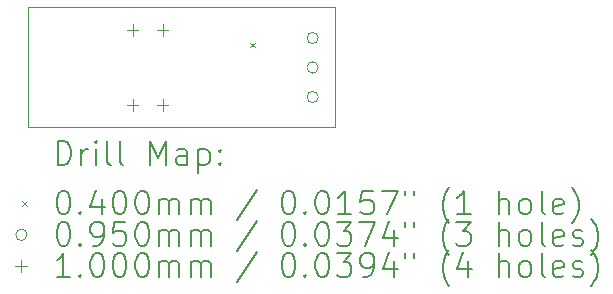
<source format=gbr>
%TF.GenerationSoftware,KiCad,Pcbnew,8.0.8*%
%TF.CreationDate,2025-02-19T21:32:19+11:00*%
%TF.ProjectId,Hotglue Switch,486f7467-6c75-4652-9053-77697463682e,rev?*%
%TF.SameCoordinates,Original*%
%TF.FileFunction,Drillmap*%
%TF.FilePolarity,Positive*%
%FSLAX45Y45*%
G04 Gerber Fmt 4.5, Leading zero omitted, Abs format (unit mm)*
G04 Created by KiCad (PCBNEW 8.0.8) date 2025-02-19 21:32:19*
%MOMM*%
%LPD*%
G01*
G04 APERTURE LIST*
%ADD10C,0.100000*%
%ADD11C,0.200000*%
G04 APERTURE END LIST*
D10*
X6477000Y-4572000D02*
X9080500Y-4572000D01*
X9080500Y-5588000D01*
X6477000Y-5588000D01*
X6477000Y-4572000D01*
D11*
D10*
X8362000Y-4869500D02*
X8402000Y-4909500D01*
X8402000Y-4869500D02*
X8362000Y-4909500D01*
X8937500Y-4830000D02*
G75*
G02*
X8842500Y-4830000I-47500J0D01*
G01*
X8842500Y-4830000D02*
G75*
G02*
X8937500Y-4830000I47500J0D01*
G01*
X8937500Y-5080000D02*
G75*
G02*
X8842500Y-5080000I-47500J0D01*
G01*
X8842500Y-5080000D02*
G75*
G02*
X8937500Y-5080000I47500J0D01*
G01*
X8937500Y-5330000D02*
G75*
G02*
X8842500Y-5330000I-47500J0D01*
G01*
X8842500Y-5330000D02*
G75*
G02*
X8937500Y-5330000I47500J0D01*
G01*
X7365500Y-4712500D02*
X7365500Y-4812500D01*
X7315500Y-4762500D02*
X7415500Y-4762500D01*
X7365500Y-5347500D02*
X7365500Y-5447500D01*
X7315500Y-5397500D02*
X7415500Y-5397500D01*
X7619500Y-4712500D02*
X7619500Y-4812500D01*
X7569500Y-4762500D02*
X7669500Y-4762500D01*
X7619500Y-5347500D02*
X7619500Y-5447500D01*
X7569500Y-5397500D02*
X7669500Y-5397500D01*
D11*
X6732777Y-5904484D02*
X6732777Y-5704484D01*
X6732777Y-5704484D02*
X6780396Y-5704484D01*
X6780396Y-5704484D02*
X6808967Y-5714008D01*
X6808967Y-5714008D02*
X6828015Y-5733055D01*
X6828015Y-5733055D02*
X6837539Y-5752103D01*
X6837539Y-5752103D02*
X6847062Y-5790198D01*
X6847062Y-5790198D02*
X6847062Y-5818769D01*
X6847062Y-5818769D02*
X6837539Y-5856865D01*
X6837539Y-5856865D02*
X6828015Y-5875912D01*
X6828015Y-5875912D02*
X6808967Y-5894960D01*
X6808967Y-5894960D02*
X6780396Y-5904484D01*
X6780396Y-5904484D02*
X6732777Y-5904484D01*
X6932777Y-5904484D02*
X6932777Y-5771150D01*
X6932777Y-5809246D02*
X6942301Y-5790198D01*
X6942301Y-5790198D02*
X6951824Y-5780674D01*
X6951824Y-5780674D02*
X6970872Y-5771150D01*
X6970872Y-5771150D02*
X6989920Y-5771150D01*
X7056586Y-5904484D02*
X7056586Y-5771150D01*
X7056586Y-5704484D02*
X7047062Y-5714008D01*
X7047062Y-5714008D02*
X7056586Y-5723531D01*
X7056586Y-5723531D02*
X7066110Y-5714008D01*
X7066110Y-5714008D02*
X7056586Y-5704484D01*
X7056586Y-5704484D02*
X7056586Y-5723531D01*
X7180396Y-5904484D02*
X7161348Y-5894960D01*
X7161348Y-5894960D02*
X7151824Y-5875912D01*
X7151824Y-5875912D02*
X7151824Y-5704484D01*
X7285158Y-5904484D02*
X7266110Y-5894960D01*
X7266110Y-5894960D02*
X7256586Y-5875912D01*
X7256586Y-5875912D02*
X7256586Y-5704484D01*
X7513729Y-5904484D02*
X7513729Y-5704484D01*
X7513729Y-5704484D02*
X7580396Y-5847341D01*
X7580396Y-5847341D02*
X7647062Y-5704484D01*
X7647062Y-5704484D02*
X7647062Y-5904484D01*
X7828015Y-5904484D02*
X7828015Y-5799722D01*
X7828015Y-5799722D02*
X7818491Y-5780674D01*
X7818491Y-5780674D02*
X7799443Y-5771150D01*
X7799443Y-5771150D02*
X7761348Y-5771150D01*
X7761348Y-5771150D02*
X7742301Y-5780674D01*
X7828015Y-5894960D02*
X7808967Y-5904484D01*
X7808967Y-5904484D02*
X7761348Y-5904484D01*
X7761348Y-5904484D02*
X7742301Y-5894960D01*
X7742301Y-5894960D02*
X7732777Y-5875912D01*
X7732777Y-5875912D02*
X7732777Y-5856865D01*
X7732777Y-5856865D02*
X7742301Y-5837817D01*
X7742301Y-5837817D02*
X7761348Y-5828293D01*
X7761348Y-5828293D02*
X7808967Y-5828293D01*
X7808967Y-5828293D02*
X7828015Y-5818769D01*
X7923253Y-5771150D02*
X7923253Y-5971150D01*
X7923253Y-5780674D02*
X7942301Y-5771150D01*
X7942301Y-5771150D02*
X7980396Y-5771150D01*
X7980396Y-5771150D02*
X7999443Y-5780674D01*
X7999443Y-5780674D02*
X8008967Y-5790198D01*
X8008967Y-5790198D02*
X8018491Y-5809246D01*
X8018491Y-5809246D02*
X8018491Y-5866388D01*
X8018491Y-5866388D02*
X8008967Y-5885436D01*
X8008967Y-5885436D02*
X7999443Y-5894960D01*
X7999443Y-5894960D02*
X7980396Y-5904484D01*
X7980396Y-5904484D02*
X7942301Y-5904484D01*
X7942301Y-5904484D02*
X7923253Y-5894960D01*
X8104205Y-5885436D02*
X8113729Y-5894960D01*
X8113729Y-5894960D02*
X8104205Y-5904484D01*
X8104205Y-5904484D02*
X8094682Y-5894960D01*
X8094682Y-5894960D02*
X8104205Y-5885436D01*
X8104205Y-5885436D02*
X8104205Y-5904484D01*
X8104205Y-5780674D02*
X8113729Y-5790198D01*
X8113729Y-5790198D02*
X8104205Y-5799722D01*
X8104205Y-5799722D02*
X8094682Y-5790198D01*
X8094682Y-5790198D02*
X8104205Y-5780674D01*
X8104205Y-5780674D02*
X8104205Y-5799722D01*
D10*
X6432000Y-6213000D02*
X6472000Y-6253000D01*
X6472000Y-6213000D02*
X6432000Y-6253000D01*
D11*
X6770872Y-6124484D02*
X6789920Y-6124484D01*
X6789920Y-6124484D02*
X6808967Y-6134008D01*
X6808967Y-6134008D02*
X6818491Y-6143531D01*
X6818491Y-6143531D02*
X6828015Y-6162579D01*
X6828015Y-6162579D02*
X6837539Y-6200674D01*
X6837539Y-6200674D02*
X6837539Y-6248293D01*
X6837539Y-6248293D02*
X6828015Y-6286388D01*
X6828015Y-6286388D02*
X6818491Y-6305436D01*
X6818491Y-6305436D02*
X6808967Y-6314960D01*
X6808967Y-6314960D02*
X6789920Y-6324484D01*
X6789920Y-6324484D02*
X6770872Y-6324484D01*
X6770872Y-6324484D02*
X6751824Y-6314960D01*
X6751824Y-6314960D02*
X6742301Y-6305436D01*
X6742301Y-6305436D02*
X6732777Y-6286388D01*
X6732777Y-6286388D02*
X6723253Y-6248293D01*
X6723253Y-6248293D02*
X6723253Y-6200674D01*
X6723253Y-6200674D02*
X6732777Y-6162579D01*
X6732777Y-6162579D02*
X6742301Y-6143531D01*
X6742301Y-6143531D02*
X6751824Y-6134008D01*
X6751824Y-6134008D02*
X6770872Y-6124484D01*
X6923253Y-6305436D02*
X6932777Y-6314960D01*
X6932777Y-6314960D02*
X6923253Y-6324484D01*
X6923253Y-6324484D02*
X6913729Y-6314960D01*
X6913729Y-6314960D02*
X6923253Y-6305436D01*
X6923253Y-6305436D02*
X6923253Y-6324484D01*
X7104205Y-6191150D02*
X7104205Y-6324484D01*
X7056586Y-6114960D02*
X7008967Y-6257817D01*
X7008967Y-6257817D02*
X7132777Y-6257817D01*
X7247062Y-6124484D02*
X7266110Y-6124484D01*
X7266110Y-6124484D02*
X7285158Y-6134008D01*
X7285158Y-6134008D02*
X7294682Y-6143531D01*
X7294682Y-6143531D02*
X7304205Y-6162579D01*
X7304205Y-6162579D02*
X7313729Y-6200674D01*
X7313729Y-6200674D02*
X7313729Y-6248293D01*
X7313729Y-6248293D02*
X7304205Y-6286388D01*
X7304205Y-6286388D02*
X7294682Y-6305436D01*
X7294682Y-6305436D02*
X7285158Y-6314960D01*
X7285158Y-6314960D02*
X7266110Y-6324484D01*
X7266110Y-6324484D02*
X7247062Y-6324484D01*
X7247062Y-6324484D02*
X7228015Y-6314960D01*
X7228015Y-6314960D02*
X7218491Y-6305436D01*
X7218491Y-6305436D02*
X7208967Y-6286388D01*
X7208967Y-6286388D02*
X7199443Y-6248293D01*
X7199443Y-6248293D02*
X7199443Y-6200674D01*
X7199443Y-6200674D02*
X7208967Y-6162579D01*
X7208967Y-6162579D02*
X7218491Y-6143531D01*
X7218491Y-6143531D02*
X7228015Y-6134008D01*
X7228015Y-6134008D02*
X7247062Y-6124484D01*
X7437539Y-6124484D02*
X7456586Y-6124484D01*
X7456586Y-6124484D02*
X7475634Y-6134008D01*
X7475634Y-6134008D02*
X7485158Y-6143531D01*
X7485158Y-6143531D02*
X7494682Y-6162579D01*
X7494682Y-6162579D02*
X7504205Y-6200674D01*
X7504205Y-6200674D02*
X7504205Y-6248293D01*
X7504205Y-6248293D02*
X7494682Y-6286388D01*
X7494682Y-6286388D02*
X7485158Y-6305436D01*
X7485158Y-6305436D02*
X7475634Y-6314960D01*
X7475634Y-6314960D02*
X7456586Y-6324484D01*
X7456586Y-6324484D02*
X7437539Y-6324484D01*
X7437539Y-6324484D02*
X7418491Y-6314960D01*
X7418491Y-6314960D02*
X7408967Y-6305436D01*
X7408967Y-6305436D02*
X7399443Y-6286388D01*
X7399443Y-6286388D02*
X7389920Y-6248293D01*
X7389920Y-6248293D02*
X7389920Y-6200674D01*
X7389920Y-6200674D02*
X7399443Y-6162579D01*
X7399443Y-6162579D02*
X7408967Y-6143531D01*
X7408967Y-6143531D02*
X7418491Y-6134008D01*
X7418491Y-6134008D02*
X7437539Y-6124484D01*
X7589920Y-6324484D02*
X7589920Y-6191150D01*
X7589920Y-6210198D02*
X7599443Y-6200674D01*
X7599443Y-6200674D02*
X7618491Y-6191150D01*
X7618491Y-6191150D02*
X7647063Y-6191150D01*
X7647063Y-6191150D02*
X7666110Y-6200674D01*
X7666110Y-6200674D02*
X7675634Y-6219722D01*
X7675634Y-6219722D02*
X7675634Y-6324484D01*
X7675634Y-6219722D02*
X7685158Y-6200674D01*
X7685158Y-6200674D02*
X7704205Y-6191150D01*
X7704205Y-6191150D02*
X7732777Y-6191150D01*
X7732777Y-6191150D02*
X7751824Y-6200674D01*
X7751824Y-6200674D02*
X7761348Y-6219722D01*
X7761348Y-6219722D02*
X7761348Y-6324484D01*
X7856586Y-6324484D02*
X7856586Y-6191150D01*
X7856586Y-6210198D02*
X7866110Y-6200674D01*
X7866110Y-6200674D02*
X7885158Y-6191150D01*
X7885158Y-6191150D02*
X7913729Y-6191150D01*
X7913729Y-6191150D02*
X7932777Y-6200674D01*
X7932777Y-6200674D02*
X7942301Y-6219722D01*
X7942301Y-6219722D02*
X7942301Y-6324484D01*
X7942301Y-6219722D02*
X7951824Y-6200674D01*
X7951824Y-6200674D02*
X7970872Y-6191150D01*
X7970872Y-6191150D02*
X7999443Y-6191150D01*
X7999443Y-6191150D02*
X8018491Y-6200674D01*
X8018491Y-6200674D02*
X8028015Y-6219722D01*
X8028015Y-6219722D02*
X8028015Y-6324484D01*
X8418491Y-6114960D02*
X8247063Y-6372103D01*
X8675634Y-6124484D02*
X8694682Y-6124484D01*
X8694682Y-6124484D02*
X8713729Y-6134008D01*
X8713729Y-6134008D02*
X8723253Y-6143531D01*
X8723253Y-6143531D02*
X8732777Y-6162579D01*
X8732777Y-6162579D02*
X8742301Y-6200674D01*
X8742301Y-6200674D02*
X8742301Y-6248293D01*
X8742301Y-6248293D02*
X8732777Y-6286388D01*
X8732777Y-6286388D02*
X8723253Y-6305436D01*
X8723253Y-6305436D02*
X8713729Y-6314960D01*
X8713729Y-6314960D02*
X8694682Y-6324484D01*
X8694682Y-6324484D02*
X8675634Y-6324484D01*
X8675634Y-6324484D02*
X8656587Y-6314960D01*
X8656587Y-6314960D02*
X8647063Y-6305436D01*
X8647063Y-6305436D02*
X8637539Y-6286388D01*
X8637539Y-6286388D02*
X8628015Y-6248293D01*
X8628015Y-6248293D02*
X8628015Y-6200674D01*
X8628015Y-6200674D02*
X8637539Y-6162579D01*
X8637539Y-6162579D02*
X8647063Y-6143531D01*
X8647063Y-6143531D02*
X8656587Y-6134008D01*
X8656587Y-6134008D02*
X8675634Y-6124484D01*
X8828015Y-6305436D02*
X8837539Y-6314960D01*
X8837539Y-6314960D02*
X8828015Y-6324484D01*
X8828015Y-6324484D02*
X8818491Y-6314960D01*
X8818491Y-6314960D02*
X8828015Y-6305436D01*
X8828015Y-6305436D02*
X8828015Y-6324484D01*
X8961348Y-6124484D02*
X8980396Y-6124484D01*
X8980396Y-6124484D02*
X8999444Y-6134008D01*
X8999444Y-6134008D02*
X9008968Y-6143531D01*
X9008968Y-6143531D02*
X9018491Y-6162579D01*
X9018491Y-6162579D02*
X9028015Y-6200674D01*
X9028015Y-6200674D02*
X9028015Y-6248293D01*
X9028015Y-6248293D02*
X9018491Y-6286388D01*
X9018491Y-6286388D02*
X9008968Y-6305436D01*
X9008968Y-6305436D02*
X8999444Y-6314960D01*
X8999444Y-6314960D02*
X8980396Y-6324484D01*
X8980396Y-6324484D02*
X8961348Y-6324484D01*
X8961348Y-6324484D02*
X8942301Y-6314960D01*
X8942301Y-6314960D02*
X8932777Y-6305436D01*
X8932777Y-6305436D02*
X8923253Y-6286388D01*
X8923253Y-6286388D02*
X8913729Y-6248293D01*
X8913729Y-6248293D02*
X8913729Y-6200674D01*
X8913729Y-6200674D02*
X8923253Y-6162579D01*
X8923253Y-6162579D02*
X8932777Y-6143531D01*
X8932777Y-6143531D02*
X8942301Y-6134008D01*
X8942301Y-6134008D02*
X8961348Y-6124484D01*
X9218491Y-6324484D02*
X9104206Y-6324484D01*
X9161348Y-6324484D02*
X9161348Y-6124484D01*
X9161348Y-6124484D02*
X9142301Y-6153055D01*
X9142301Y-6153055D02*
X9123253Y-6172103D01*
X9123253Y-6172103D02*
X9104206Y-6181627D01*
X9399444Y-6124484D02*
X9304206Y-6124484D01*
X9304206Y-6124484D02*
X9294682Y-6219722D01*
X9294682Y-6219722D02*
X9304206Y-6210198D01*
X9304206Y-6210198D02*
X9323253Y-6200674D01*
X9323253Y-6200674D02*
X9370872Y-6200674D01*
X9370872Y-6200674D02*
X9389920Y-6210198D01*
X9389920Y-6210198D02*
X9399444Y-6219722D01*
X9399444Y-6219722D02*
X9408968Y-6238769D01*
X9408968Y-6238769D02*
X9408968Y-6286388D01*
X9408968Y-6286388D02*
X9399444Y-6305436D01*
X9399444Y-6305436D02*
X9389920Y-6314960D01*
X9389920Y-6314960D02*
X9370872Y-6324484D01*
X9370872Y-6324484D02*
X9323253Y-6324484D01*
X9323253Y-6324484D02*
X9304206Y-6314960D01*
X9304206Y-6314960D02*
X9294682Y-6305436D01*
X9475634Y-6124484D02*
X9608968Y-6124484D01*
X9608968Y-6124484D02*
X9523253Y-6324484D01*
X9675634Y-6124484D02*
X9675634Y-6162579D01*
X9751825Y-6124484D02*
X9751825Y-6162579D01*
X10047063Y-6400674D02*
X10037539Y-6391150D01*
X10037539Y-6391150D02*
X10018491Y-6362579D01*
X10018491Y-6362579D02*
X10008968Y-6343531D01*
X10008968Y-6343531D02*
X9999444Y-6314960D01*
X9999444Y-6314960D02*
X9989920Y-6267341D01*
X9989920Y-6267341D02*
X9989920Y-6229246D01*
X9989920Y-6229246D02*
X9999444Y-6181627D01*
X9999444Y-6181627D02*
X10008968Y-6153055D01*
X10008968Y-6153055D02*
X10018491Y-6134008D01*
X10018491Y-6134008D02*
X10037539Y-6105436D01*
X10037539Y-6105436D02*
X10047063Y-6095912D01*
X10228015Y-6324484D02*
X10113730Y-6324484D01*
X10170872Y-6324484D02*
X10170872Y-6124484D01*
X10170872Y-6124484D02*
X10151825Y-6153055D01*
X10151825Y-6153055D02*
X10132777Y-6172103D01*
X10132777Y-6172103D02*
X10113730Y-6181627D01*
X10466111Y-6324484D02*
X10466111Y-6124484D01*
X10551825Y-6324484D02*
X10551825Y-6219722D01*
X10551825Y-6219722D02*
X10542301Y-6200674D01*
X10542301Y-6200674D02*
X10523253Y-6191150D01*
X10523253Y-6191150D02*
X10494682Y-6191150D01*
X10494682Y-6191150D02*
X10475634Y-6200674D01*
X10475634Y-6200674D02*
X10466111Y-6210198D01*
X10675634Y-6324484D02*
X10656587Y-6314960D01*
X10656587Y-6314960D02*
X10647063Y-6305436D01*
X10647063Y-6305436D02*
X10637539Y-6286388D01*
X10637539Y-6286388D02*
X10637539Y-6229246D01*
X10637539Y-6229246D02*
X10647063Y-6210198D01*
X10647063Y-6210198D02*
X10656587Y-6200674D01*
X10656587Y-6200674D02*
X10675634Y-6191150D01*
X10675634Y-6191150D02*
X10704206Y-6191150D01*
X10704206Y-6191150D02*
X10723253Y-6200674D01*
X10723253Y-6200674D02*
X10732777Y-6210198D01*
X10732777Y-6210198D02*
X10742301Y-6229246D01*
X10742301Y-6229246D02*
X10742301Y-6286388D01*
X10742301Y-6286388D02*
X10732777Y-6305436D01*
X10732777Y-6305436D02*
X10723253Y-6314960D01*
X10723253Y-6314960D02*
X10704206Y-6324484D01*
X10704206Y-6324484D02*
X10675634Y-6324484D01*
X10856587Y-6324484D02*
X10837539Y-6314960D01*
X10837539Y-6314960D02*
X10828015Y-6295912D01*
X10828015Y-6295912D02*
X10828015Y-6124484D01*
X11008968Y-6314960D02*
X10989920Y-6324484D01*
X10989920Y-6324484D02*
X10951825Y-6324484D01*
X10951825Y-6324484D02*
X10932777Y-6314960D01*
X10932777Y-6314960D02*
X10923253Y-6295912D01*
X10923253Y-6295912D02*
X10923253Y-6219722D01*
X10923253Y-6219722D02*
X10932777Y-6200674D01*
X10932777Y-6200674D02*
X10951825Y-6191150D01*
X10951825Y-6191150D02*
X10989920Y-6191150D01*
X10989920Y-6191150D02*
X11008968Y-6200674D01*
X11008968Y-6200674D02*
X11018492Y-6219722D01*
X11018492Y-6219722D02*
X11018492Y-6238769D01*
X11018492Y-6238769D02*
X10923253Y-6257817D01*
X11085158Y-6400674D02*
X11094682Y-6391150D01*
X11094682Y-6391150D02*
X11113730Y-6362579D01*
X11113730Y-6362579D02*
X11123253Y-6343531D01*
X11123253Y-6343531D02*
X11132777Y-6314960D01*
X11132777Y-6314960D02*
X11142301Y-6267341D01*
X11142301Y-6267341D02*
X11142301Y-6229246D01*
X11142301Y-6229246D02*
X11132777Y-6181627D01*
X11132777Y-6181627D02*
X11123253Y-6153055D01*
X11123253Y-6153055D02*
X11113730Y-6134008D01*
X11113730Y-6134008D02*
X11094682Y-6105436D01*
X11094682Y-6105436D02*
X11085158Y-6095912D01*
D10*
X6472000Y-6497000D02*
G75*
G02*
X6377000Y-6497000I-47500J0D01*
G01*
X6377000Y-6497000D02*
G75*
G02*
X6472000Y-6497000I47500J0D01*
G01*
D11*
X6770872Y-6388484D02*
X6789920Y-6388484D01*
X6789920Y-6388484D02*
X6808967Y-6398008D01*
X6808967Y-6398008D02*
X6818491Y-6407531D01*
X6818491Y-6407531D02*
X6828015Y-6426579D01*
X6828015Y-6426579D02*
X6837539Y-6464674D01*
X6837539Y-6464674D02*
X6837539Y-6512293D01*
X6837539Y-6512293D02*
X6828015Y-6550388D01*
X6828015Y-6550388D02*
X6818491Y-6569436D01*
X6818491Y-6569436D02*
X6808967Y-6578960D01*
X6808967Y-6578960D02*
X6789920Y-6588484D01*
X6789920Y-6588484D02*
X6770872Y-6588484D01*
X6770872Y-6588484D02*
X6751824Y-6578960D01*
X6751824Y-6578960D02*
X6742301Y-6569436D01*
X6742301Y-6569436D02*
X6732777Y-6550388D01*
X6732777Y-6550388D02*
X6723253Y-6512293D01*
X6723253Y-6512293D02*
X6723253Y-6464674D01*
X6723253Y-6464674D02*
X6732777Y-6426579D01*
X6732777Y-6426579D02*
X6742301Y-6407531D01*
X6742301Y-6407531D02*
X6751824Y-6398008D01*
X6751824Y-6398008D02*
X6770872Y-6388484D01*
X6923253Y-6569436D02*
X6932777Y-6578960D01*
X6932777Y-6578960D02*
X6923253Y-6588484D01*
X6923253Y-6588484D02*
X6913729Y-6578960D01*
X6913729Y-6578960D02*
X6923253Y-6569436D01*
X6923253Y-6569436D02*
X6923253Y-6588484D01*
X7028015Y-6588484D02*
X7066110Y-6588484D01*
X7066110Y-6588484D02*
X7085158Y-6578960D01*
X7085158Y-6578960D02*
X7094682Y-6569436D01*
X7094682Y-6569436D02*
X7113729Y-6540865D01*
X7113729Y-6540865D02*
X7123253Y-6502769D01*
X7123253Y-6502769D02*
X7123253Y-6426579D01*
X7123253Y-6426579D02*
X7113729Y-6407531D01*
X7113729Y-6407531D02*
X7104205Y-6398008D01*
X7104205Y-6398008D02*
X7085158Y-6388484D01*
X7085158Y-6388484D02*
X7047062Y-6388484D01*
X7047062Y-6388484D02*
X7028015Y-6398008D01*
X7028015Y-6398008D02*
X7018491Y-6407531D01*
X7018491Y-6407531D02*
X7008967Y-6426579D01*
X7008967Y-6426579D02*
X7008967Y-6474198D01*
X7008967Y-6474198D02*
X7018491Y-6493246D01*
X7018491Y-6493246D02*
X7028015Y-6502769D01*
X7028015Y-6502769D02*
X7047062Y-6512293D01*
X7047062Y-6512293D02*
X7085158Y-6512293D01*
X7085158Y-6512293D02*
X7104205Y-6502769D01*
X7104205Y-6502769D02*
X7113729Y-6493246D01*
X7113729Y-6493246D02*
X7123253Y-6474198D01*
X7304205Y-6388484D02*
X7208967Y-6388484D01*
X7208967Y-6388484D02*
X7199443Y-6483722D01*
X7199443Y-6483722D02*
X7208967Y-6474198D01*
X7208967Y-6474198D02*
X7228015Y-6464674D01*
X7228015Y-6464674D02*
X7275634Y-6464674D01*
X7275634Y-6464674D02*
X7294682Y-6474198D01*
X7294682Y-6474198D02*
X7304205Y-6483722D01*
X7304205Y-6483722D02*
X7313729Y-6502769D01*
X7313729Y-6502769D02*
X7313729Y-6550388D01*
X7313729Y-6550388D02*
X7304205Y-6569436D01*
X7304205Y-6569436D02*
X7294682Y-6578960D01*
X7294682Y-6578960D02*
X7275634Y-6588484D01*
X7275634Y-6588484D02*
X7228015Y-6588484D01*
X7228015Y-6588484D02*
X7208967Y-6578960D01*
X7208967Y-6578960D02*
X7199443Y-6569436D01*
X7437539Y-6388484D02*
X7456586Y-6388484D01*
X7456586Y-6388484D02*
X7475634Y-6398008D01*
X7475634Y-6398008D02*
X7485158Y-6407531D01*
X7485158Y-6407531D02*
X7494682Y-6426579D01*
X7494682Y-6426579D02*
X7504205Y-6464674D01*
X7504205Y-6464674D02*
X7504205Y-6512293D01*
X7504205Y-6512293D02*
X7494682Y-6550388D01*
X7494682Y-6550388D02*
X7485158Y-6569436D01*
X7485158Y-6569436D02*
X7475634Y-6578960D01*
X7475634Y-6578960D02*
X7456586Y-6588484D01*
X7456586Y-6588484D02*
X7437539Y-6588484D01*
X7437539Y-6588484D02*
X7418491Y-6578960D01*
X7418491Y-6578960D02*
X7408967Y-6569436D01*
X7408967Y-6569436D02*
X7399443Y-6550388D01*
X7399443Y-6550388D02*
X7389920Y-6512293D01*
X7389920Y-6512293D02*
X7389920Y-6464674D01*
X7389920Y-6464674D02*
X7399443Y-6426579D01*
X7399443Y-6426579D02*
X7408967Y-6407531D01*
X7408967Y-6407531D02*
X7418491Y-6398008D01*
X7418491Y-6398008D02*
X7437539Y-6388484D01*
X7589920Y-6588484D02*
X7589920Y-6455150D01*
X7589920Y-6474198D02*
X7599443Y-6464674D01*
X7599443Y-6464674D02*
X7618491Y-6455150D01*
X7618491Y-6455150D02*
X7647063Y-6455150D01*
X7647063Y-6455150D02*
X7666110Y-6464674D01*
X7666110Y-6464674D02*
X7675634Y-6483722D01*
X7675634Y-6483722D02*
X7675634Y-6588484D01*
X7675634Y-6483722D02*
X7685158Y-6464674D01*
X7685158Y-6464674D02*
X7704205Y-6455150D01*
X7704205Y-6455150D02*
X7732777Y-6455150D01*
X7732777Y-6455150D02*
X7751824Y-6464674D01*
X7751824Y-6464674D02*
X7761348Y-6483722D01*
X7761348Y-6483722D02*
X7761348Y-6588484D01*
X7856586Y-6588484D02*
X7856586Y-6455150D01*
X7856586Y-6474198D02*
X7866110Y-6464674D01*
X7866110Y-6464674D02*
X7885158Y-6455150D01*
X7885158Y-6455150D02*
X7913729Y-6455150D01*
X7913729Y-6455150D02*
X7932777Y-6464674D01*
X7932777Y-6464674D02*
X7942301Y-6483722D01*
X7942301Y-6483722D02*
X7942301Y-6588484D01*
X7942301Y-6483722D02*
X7951824Y-6464674D01*
X7951824Y-6464674D02*
X7970872Y-6455150D01*
X7970872Y-6455150D02*
X7999443Y-6455150D01*
X7999443Y-6455150D02*
X8018491Y-6464674D01*
X8018491Y-6464674D02*
X8028015Y-6483722D01*
X8028015Y-6483722D02*
X8028015Y-6588484D01*
X8418491Y-6378960D02*
X8247063Y-6636103D01*
X8675634Y-6388484D02*
X8694682Y-6388484D01*
X8694682Y-6388484D02*
X8713729Y-6398008D01*
X8713729Y-6398008D02*
X8723253Y-6407531D01*
X8723253Y-6407531D02*
X8732777Y-6426579D01*
X8732777Y-6426579D02*
X8742301Y-6464674D01*
X8742301Y-6464674D02*
X8742301Y-6512293D01*
X8742301Y-6512293D02*
X8732777Y-6550388D01*
X8732777Y-6550388D02*
X8723253Y-6569436D01*
X8723253Y-6569436D02*
X8713729Y-6578960D01*
X8713729Y-6578960D02*
X8694682Y-6588484D01*
X8694682Y-6588484D02*
X8675634Y-6588484D01*
X8675634Y-6588484D02*
X8656587Y-6578960D01*
X8656587Y-6578960D02*
X8647063Y-6569436D01*
X8647063Y-6569436D02*
X8637539Y-6550388D01*
X8637539Y-6550388D02*
X8628015Y-6512293D01*
X8628015Y-6512293D02*
X8628015Y-6464674D01*
X8628015Y-6464674D02*
X8637539Y-6426579D01*
X8637539Y-6426579D02*
X8647063Y-6407531D01*
X8647063Y-6407531D02*
X8656587Y-6398008D01*
X8656587Y-6398008D02*
X8675634Y-6388484D01*
X8828015Y-6569436D02*
X8837539Y-6578960D01*
X8837539Y-6578960D02*
X8828015Y-6588484D01*
X8828015Y-6588484D02*
X8818491Y-6578960D01*
X8818491Y-6578960D02*
X8828015Y-6569436D01*
X8828015Y-6569436D02*
X8828015Y-6588484D01*
X8961348Y-6388484D02*
X8980396Y-6388484D01*
X8980396Y-6388484D02*
X8999444Y-6398008D01*
X8999444Y-6398008D02*
X9008968Y-6407531D01*
X9008968Y-6407531D02*
X9018491Y-6426579D01*
X9018491Y-6426579D02*
X9028015Y-6464674D01*
X9028015Y-6464674D02*
X9028015Y-6512293D01*
X9028015Y-6512293D02*
X9018491Y-6550388D01*
X9018491Y-6550388D02*
X9008968Y-6569436D01*
X9008968Y-6569436D02*
X8999444Y-6578960D01*
X8999444Y-6578960D02*
X8980396Y-6588484D01*
X8980396Y-6588484D02*
X8961348Y-6588484D01*
X8961348Y-6588484D02*
X8942301Y-6578960D01*
X8942301Y-6578960D02*
X8932777Y-6569436D01*
X8932777Y-6569436D02*
X8923253Y-6550388D01*
X8923253Y-6550388D02*
X8913729Y-6512293D01*
X8913729Y-6512293D02*
X8913729Y-6464674D01*
X8913729Y-6464674D02*
X8923253Y-6426579D01*
X8923253Y-6426579D02*
X8932777Y-6407531D01*
X8932777Y-6407531D02*
X8942301Y-6398008D01*
X8942301Y-6398008D02*
X8961348Y-6388484D01*
X9094682Y-6388484D02*
X9218491Y-6388484D01*
X9218491Y-6388484D02*
X9151825Y-6464674D01*
X9151825Y-6464674D02*
X9180396Y-6464674D01*
X9180396Y-6464674D02*
X9199444Y-6474198D01*
X9199444Y-6474198D02*
X9208968Y-6483722D01*
X9208968Y-6483722D02*
X9218491Y-6502769D01*
X9218491Y-6502769D02*
X9218491Y-6550388D01*
X9218491Y-6550388D02*
X9208968Y-6569436D01*
X9208968Y-6569436D02*
X9199444Y-6578960D01*
X9199444Y-6578960D02*
X9180396Y-6588484D01*
X9180396Y-6588484D02*
X9123253Y-6588484D01*
X9123253Y-6588484D02*
X9104206Y-6578960D01*
X9104206Y-6578960D02*
X9094682Y-6569436D01*
X9285158Y-6388484D02*
X9418491Y-6388484D01*
X9418491Y-6388484D02*
X9332777Y-6588484D01*
X9580396Y-6455150D02*
X9580396Y-6588484D01*
X9532777Y-6378960D02*
X9485158Y-6521817D01*
X9485158Y-6521817D02*
X9608968Y-6521817D01*
X9675634Y-6388484D02*
X9675634Y-6426579D01*
X9751825Y-6388484D02*
X9751825Y-6426579D01*
X10047063Y-6664674D02*
X10037539Y-6655150D01*
X10037539Y-6655150D02*
X10018491Y-6626579D01*
X10018491Y-6626579D02*
X10008968Y-6607531D01*
X10008968Y-6607531D02*
X9999444Y-6578960D01*
X9999444Y-6578960D02*
X9989920Y-6531341D01*
X9989920Y-6531341D02*
X9989920Y-6493246D01*
X9989920Y-6493246D02*
X9999444Y-6445627D01*
X9999444Y-6445627D02*
X10008968Y-6417055D01*
X10008968Y-6417055D02*
X10018491Y-6398008D01*
X10018491Y-6398008D02*
X10037539Y-6369436D01*
X10037539Y-6369436D02*
X10047063Y-6359912D01*
X10104206Y-6388484D02*
X10228015Y-6388484D01*
X10228015Y-6388484D02*
X10161349Y-6464674D01*
X10161349Y-6464674D02*
X10189920Y-6464674D01*
X10189920Y-6464674D02*
X10208968Y-6474198D01*
X10208968Y-6474198D02*
X10218491Y-6483722D01*
X10218491Y-6483722D02*
X10228015Y-6502769D01*
X10228015Y-6502769D02*
X10228015Y-6550388D01*
X10228015Y-6550388D02*
X10218491Y-6569436D01*
X10218491Y-6569436D02*
X10208968Y-6578960D01*
X10208968Y-6578960D02*
X10189920Y-6588484D01*
X10189920Y-6588484D02*
X10132777Y-6588484D01*
X10132777Y-6588484D02*
X10113730Y-6578960D01*
X10113730Y-6578960D02*
X10104206Y-6569436D01*
X10466111Y-6588484D02*
X10466111Y-6388484D01*
X10551825Y-6588484D02*
X10551825Y-6483722D01*
X10551825Y-6483722D02*
X10542301Y-6464674D01*
X10542301Y-6464674D02*
X10523253Y-6455150D01*
X10523253Y-6455150D02*
X10494682Y-6455150D01*
X10494682Y-6455150D02*
X10475634Y-6464674D01*
X10475634Y-6464674D02*
X10466111Y-6474198D01*
X10675634Y-6588484D02*
X10656587Y-6578960D01*
X10656587Y-6578960D02*
X10647063Y-6569436D01*
X10647063Y-6569436D02*
X10637539Y-6550388D01*
X10637539Y-6550388D02*
X10637539Y-6493246D01*
X10637539Y-6493246D02*
X10647063Y-6474198D01*
X10647063Y-6474198D02*
X10656587Y-6464674D01*
X10656587Y-6464674D02*
X10675634Y-6455150D01*
X10675634Y-6455150D02*
X10704206Y-6455150D01*
X10704206Y-6455150D02*
X10723253Y-6464674D01*
X10723253Y-6464674D02*
X10732777Y-6474198D01*
X10732777Y-6474198D02*
X10742301Y-6493246D01*
X10742301Y-6493246D02*
X10742301Y-6550388D01*
X10742301Y-6550388D02*
X10732777Y-6569436D01*
X10732777Y-6569436D02*
X10723253Y-6578960D01*
X10723253Y-6578960D02*
X10704206Y-6588484D01*
X10704206Y-6588484D02*
X10675634Y-6588484D01*
X10856587Y-6588484D02*
X10837539Y-6578960D01*
X10837539Y-6578960D02*
X10828015Y-6559912D01*
X10828015Y-6559912D02*
X10828015Y-6388484D01*
X11008968Y-6578960D02*
X10989920Y-6588484D01*
X10989920Y-6588484D02*
X10951825Y-6588484D01*
X10951825Y-6588484D02*
X10932777Y-6578960D01*
X10932777Y-6578960D02*
X10923253Y-6559912D01*
X10923253Y-6559912D02*
X10923253Y-6483722D01*
X10923253Y-6483722D02*
X10932777Y-6464674D01*
X10932777Y-6464674D02*
X10951825Y-6455150D01*
X10951825Y-6455150D02*
X10989920Y-6455150D01*
X10989920Y-6455150D02*
X11008968Y-6464674D01*
X11008968Y-6464674D02*
X11018492Y-6483722D01*
X11018492Y-6483722D02*
X11018492Y-6502769D01*
X11018492Y-6502769D02*
X10923253Y-6521817D01*
X11094682Y-6578960D02*
X11113730Y-6588484D01*
X11113730Y-6588484D02*
X11151825Y-6588484D01*
X11151825Y-6588484D02*
X11170873Y-6578960D01*
X11170873Y-6578960D02*
X11180396Y-6559912D01*
X11180396Y-6559912D02*
X11180396Y-6550388D01*
X11180396Y-6550388D02*
X11170873Y-6531341D01*
X11170873Y-6531341D02*
X11151825Y-6521817D01*
X11151825Y-6521817D02*
X11123253Y-6521817D01*
X11123253Y-6521817D02*
X11104206Y-6512293D01*
X11104206Y-6512293D02*
X11094682Y-6493246D01*
X11094682Y-6493246D02*
X11094682Y-6483722D01*
X11094682Y-6483722D02*
X11104206Y-6464674D01*
X11104206Y-6464674D02*
X11123253Y-6455150D01*
X11123253Y-6455150D02*
X11151825Y-6455150D01*
X11151825Y-6455150D02*
X11170873Y-6464674D01*
X11247063Y-6664674D02*
X11256587Y-6655150D01*
X11256587Y-6655150D02*
X11275634Y-6626579D01*
X11275634Y-6626579D02*
X11285158Y-6607531D01*
X11285158Y-6607531D02*
X11294682Y-6578960D01*
X11294682Y-6578960D02*
X11304206Y-6531341D01*
X11304206Y-6531341D02*
X11304206Y-6493246D01*
X11304206Y-6493246D02*
X11294682Y-6445627D01*
X11294682Y-6445627D02*
X11285158Y-6417055D01*
X11285158Y-6417055D02*
X11275634Y-6398008D01*
X11275634Y-6398008D02*
X11256587Y-6369436D01*
X11256587Y-6369436D02*
X11247063Y-6359912D01*
D10*
X6422000Y-6711000D02*
X6422000Y-6811000D01*
X6372000Y-6761000D02*
X6472000Y-6761000D01*
D11*
X6837539Y-6852484D02*
X6723253Y-6852484D01*
X6780396Y-6852484D02*
X6780396Y-6652484D01*
X6780396Y-6652484D02*
X6761348Y-6681055D01*
X6761348Y-6681055D02*
X6742301Y-6700103D01*
X6742301Y-6700103D02*
X6723253Y-6709627D01*
X6923253Y-6833436D02*
X6932777Y-6842960D01*
X6932777Y-6842960D02*
X6923253Y-6852484D01*
X6923253Y-6852484D02*
X6913729Y-6842960D01*
X6913729Y-6842960D02*
X6923253Y-6833436D01*
X6923253Y-6833436D02*
X6923253Y-6852484D01*
X7056586Y-6652484D02*
X7075634Y-6652484D01*
X7075634Y-6652484D02*
X7094682Y-6662008D01*
X7094682Y-6662008D02*
X7104205Y-6671531D01*
X7104205Y-6671531D02*
X7113729Y-6690579D01*
X7113729Y-6690579D02*
X7123253Y-6728674D01*
X7123253Y-6728674D02*
X7123253Y-6776293D01*
X7123253Y-6776293D02*
X7113729Y-6814388D01*
X7113729Y-6814388D02*
X7104205Y-6833436D01*
X7104205Y-6833436D02*
X7094682Y-6842960D01*
X7094682Y-6842960D02*
X7075634Y-6852484D01*
X7075634Y-6852484D02*
X7056586Y-6852484D01*
X7056586Y-6852484D02*
X7037539Y-6842960D01*
X7037539Y-6842960D02*
X7028015Y-6833436D01*
X7028015Y-6833436D02*
X7018491Y-6814388D01*
X7018491Y-6814388D02*
X7008967Y-6776293D01*
X7008967Y-6776293D02*
X7008967Y-6728674D01*
X7008967Y-6728674D02*
X7018491Y-6690579D01*
X7018491Y-6690579D02*
X7028015Y-6671531D01*
X7028015Y-6671531D02*
X7037539Y-6662008D01*
X7037539Y-6662008D02*
X7056586Y-6652484D01*
X7247062Y-6652484D02*
X7266110Y-6652484D01*
X7266110Y-6652484D02*
X7285158Y-6662008D01*
X7285158Y-6662008D02*
X7294682Y-6671531D01*
X7294682Y-6671531D02*
X7304205Y-6690579D01*
X7304205Y-6690579D02*
X7313729Y-6728674D01*
X7313729Y-6728674D02*
X7313729Y-6776293D01*
X7313729Y-6776293D02*
X7304205Y-6814388D01*
X7304205Y-6814388D02*
X7294682Y-6833436D01*
X7294682Y-6833436D02*
X7285158Y-6842960D01*
X7285158Y-6842960D02*
X7266110Y-6852484D01*
X7266110Y-6852484D02*
X7247062Y-6852484D01*
X7247062Y-6852484D02*
X7228015Y-6842960D01*
X7228015Y-6842960D02*
X7218491Y-6833436D01*
X7218491Y-6833436D02*
X7208967Y-6814388D01*
X7208967Y-6814388D02*
X7199443Y-6776293D01*
X7199443Y-6776293D02*
X7199443Y-6728674D01*
X7199443Y-6728674D02*
X7208967Y-6690579D01*
X7208967Y-6690579D02*
X7218491Y-6671531D01*
X7218491Y-6671531D02*
X7228015Y-6662008D01*
X7228015Y-6662008D02*
X7247062Y-6652484D01*
X7437539Y-6652484D02*
X7456586Y-6652484D01*
X7456586Y-6652484D02*
X7475634Y-6662008D01*
X7475634Y-6662008D02*
X7485158Y-6671531D01*
X7485158Y-6671531D02*
X7494682Y-6690579D01*
X7494682Y-6690579D02*
X7504205Y-6728674D01*
X7504205Y-6728674D02*
X7504205Y-6776293D01*
X7504205Y-6776293D02*
X7494682Y-6814388D01*
X7494682Y-6814388D02*
X7485158Y-6833436D01*
X7485158Y-6833436D02*
X7475634Y-6842960D01*
X7475634Y-6842960D02*
X7456586Y-6852484D01*
X7456586Y-6852484D02*
X7437539Y-6852484D01*
X7437539Y-6852484D02*
X7418491Y-6842960D01*
X7418491Y-6842960D02*
X7408967Y-6833436D01*
X7408967Y-6833436D02*
X7399443Y-6814388D01*
X7399443Y-6814388D02*
X7389920Y-6776293D01*
X7389920Y-6776293D02*
X7389920Y-6728674D01*
X7389920Y-6728674D02*
X7399443Y-6690579D01*
X7399443Y-6690579D02*
X7408967Y-6671531D01*
X7408967Y-6671531D02*
X7418491Y-6662008D01*
X7418491Y-6662008D02*
X7437539Y-6652484D01*
X7589920Y-6852484D02*
X7589920Y-6719150D01*
X7589920Y-6738198D02*
X7599443Y-6728674D01*
X7599443Y-6728674D02*
X7618491Y-6719150D01*
X7618491Y-6719150D02*
X7647063Y-6719150D01*
X7647063Y-6719150D02*
X7666110Y-6728674D01*
X7666110Y-6728674D02*
X7675634Y-6747722D01*
X7675634Y-6747722D02*
X7675634Y-6852484D01*
X7675634Y-6747722D02*
X7685158Y-6728674D01*
X7685158Y-6728674D02*
X7704205Y-6719150D01*
X7704205Y-6719150D02*
X7732777Y-6719150D01*
X7732777Y-6719150D02*
X7751824Y-6728674D01*
X7751824Y-6728674D02*
X7761348Y-6747722D01*
X7761348Y-6747722D02*
X7761348Y-6852484D01*
X7856586Y-6852484D02*
X7856586Y-6719150D01*
X7856586Y-6738198D02*
X7866110Y-6728674D01*
X7866110Y-6728674D02*
X7885158Y-6719150D01*
X7885158Y-6719150D02*
X7913729Y-6719150D01*
X7913729Y-6719150D02*
X7932777Y-6728674D01*
X7932777Y-6728674D02*
X7942301Y-6747722D01*
X7942301Y-6747722D02*
X7942301Y-6852484D01*
X7942301Y-6747722D02*
X7951824Y-6728674D01*
X7951824Y-6728674D02*
X7970872Y-6719150D01*
X7970872Y-6719150D02*
X7999443Y-6719150D01*
X7999443Y-6719150D02*
X8018491Y-6728674D01*
X8018491Y-6728674D02*
X8028015Y-6747722D01*
X8028015Y-6747722D02*
X8028015Y-6852484D01*
X8418491Y-6642960D02*
X8247063Y-6900103D01*
X8675634Y-6652484D02*
X8694682Y-6652484D01*
X8694682Y-6652484D02*
X8713729Y-6662008D01*
X8713729Y-6662008D02*
X8723253Y-6671531D01*
X8723253Y-6671531D02*
X8732777Y-6690579D01*
X8732777Y-6690579D02*
X8742301Y-6728674D01*
X8742301Y-6728674D02*
X8742301Y-6776293D01*
X8742301Y-6776293D02*
X8732777Y-6814388D01*
X8732777Y-6814388D02*
X8723253Y-6833436D01*
X8723253Y-6833436D02*
X8713729Y-6842960D01*
X8713729Y-6842960D02*
X8694682Y-6852484D01*
X8694682Y-6852484D02*
X8675634Y-6852484D01*
X8675634Y-6852484D02*
X8656587Y-6842960D01*
X8656587Y-6842960D02*
X8647063Y-6833436D01*
X8647063Y-6833436D02*
X8637539Y-6814388D01*
X8637539Y-6814388D02*
X8628015Y-6776293D01*
X8628015Y-6776293D02*
X8628015Y-6728674D01*
X8628015Y-6728674D02*
X8637539Y-6690579D01*
X8637539Y-6690579D02*
X8647063Y-6671531D01*
X8647063Y-6671531D02*
X8656587Y-6662008D01*
X8656587Y-6662008D02*
X8675634Y-6652484D01*
X8828015Y-6833436D02*
X8837539Y-6842960D01*
X8837539Y-6842960D02*
X8828015Y-6852484D01*
X8828015Y-6852484D02*
X8818491Y-6842960D01*
X8818491Y-6842960D02*
X8828015Y-6833436D01*
X8828015Y-6833436D02*
X8828015Y-6852484D01*
X8961348Y-6652484D02*
X8980396Y-6652484D01*
X8980396Y-6652484D02*
X8999444Y-6662008D01*
X8999444Y-6662008D02*
X9008968Y-6671531D01*
X9008968Y-6671531D02*
X9018491Y-6690579D01*
X9018491Y-6690579D02*
X9028015Y-6728674D01*
X9028015Y-6728674D02*
X9028015Y-6776293D01*
X9028015Y-6776293D02*
X9018491Y-6814388D01*
X9018491Y-6814388D02*
X9008968Y-6833436D01*
X9008968Y-6833436D02*
X8999444Y-6842960D01*
X8999444Y-6842960D02*
X8980396Y-6852484D01*
X8980396Y-6852484D02*
X8961348Y-6852484D01*
X8961348Y-6852484D02*
X8942301Y-6842960D01*
X8942301Y-6842960D02*
X8932777Y-6833436D01*
X8932777Y-6833436D02*
X8923253Y-6814388D01*
X8923253Y-6814388D02*
X8913729Y-6776293D01*
X8913729Y-6776293D02*
X8913729Y-6728674D01*
X8913729Y-6728674D02*
X8923253Y-6690579D01*
X8923253Y-6690579D02*
X8932777Y-6671531D01*
X8932777Y-6671531D02*
X8942301Y-6662008D01*
X8942301Y-6662008D02*
X8961348Y-6652484D01*
X9094682Y-6652484D02*
X9218491Y-6652484D01*
X9218491Y-6652484D02*
X9151825Y-6728674D01*
X9151825Y-6728674D02*
X9180396Y-6728674D01*
X9180396Y-6728674D02*
X9199444Y-6738198D01*
X9199444Y-6738198D02*
X9208968Y-6747722D01*
X9208968Y-6747722D02*
X9218491Y-6766769D01*
X9218491Y-6766769D02*
X9218491Y-6814388D01*
X9218491Y-6814388D02*
X9208968Y-6833436D01*
X9208968Y-6833436D02*
X9199444Y-6842960D01*
X9199444Y-6842960D02*
X9180396Y-6852484D01*
X9180396Y-6852484D02*
X9123253Y-6852484D01*
X9123253Y-6852484D02*
X9104206Y-6842960D01*
X9104206Y-6842960D02*
X9094682Y-6833436D01*
X9313729Y-6852484D02*
X9351825Y-6852484D01*
X9351825Y-6852484D02*
X9370872Y-6842960D01*
X9370872Y-6842960D02*
X9380396Y-6833436D01*
X9380396Y-6833436D02*
X9399444Y-6804865D01*
X9399444Y-6804865D02*
X9408968Y-6766769D01*
X9408968Y-6766769D02*
X9408968Y-6690579D01*
X9408968Y-6690579D02*
X9399444Y-6671531D01*
X9399444Y-6671531D02*
X9389920Y-6662008D01*
X9389920Y-6662008D02*
X9370872Y-6652484D01*
X9370872Y-6652484D02*
X9332777Y-6652484D01*
X9332777Y-6652484D02*
X9313729Y-6662008D01*
X9313729Y-6662008D02*
X9304206Y-6671531D01*
X9304206Y-6671531D02*
X9294682Y-6690579D01*
X9294682Y-6690579D02*
X9294682Y-6738198D01*
X9294682Y-6738198D02*
X9304206Y-6757246D01*
X9304206Y-6757246D02*
X9313729Y-6766769D01*
X9313729Y-6766769D02*
X9332777Y-6776293D01*
X9332777Y-6776293D02*
X9370872Y-6776293D01*
X9370872Y-6776293D02*
X9389920Y-6766769D01*
X9389920Y-6766769D02*
X9399444Y-6757246D01*
X9399444Y-6757246D02*
X9408968Y-6738198D01*
X9580396Y-6719150D02*
X9580396Y-6852484D01*
X9532777Y-6642960D02*
X9485158Y-6785817D01*
X9485158Y-6785817D02*
X9608968Y-6785817D01*
X9675634Y-6652484D02*
X9675634Y-6690579D01*
X9751825Y-6652484D02*
X9751825Y-6690579D01*
X10047063Y-6928674D02*
X10037539Y-6919150D01*
X10037539Y-6919150D02*
X10018491Y-6890579D01*
X10018491Y-6890579D02*
X10008968Y-6871531D01*
X10008968Y-6871531D02*
X9999444Y-6842960D01*
X9999444Y-6842960D02*
X9989920Y-6795341D01*
X9989920Y-6795341D02*
X9989920Y-6757246D01*
X9989920Y-6757246D02*
X9999444Y-6709627D01*
X9999444Y-6709627D02*
X10008968Y-6681055D01*
X10008968Y-6681055D02*
X10018491Y-6662008D01*
X10018491Y-6662008D02*
X10037539Y-6633436D01*
X10037539Y-6633436D02*
X10047063Y-6623912D01*
X10208968Y-6719150D02*
X10208968Y-6852484D01*
X10161349Y-6642960D02*
X10113730Y-6785817D01*
X10113730Y-6785817D02*
X10237539Y-6785817D01*
X10466111Y-6852484D02*
X10466111Y-6652484D01*
X10551825Y-6852484D02*
X10551825Y-6747722D01*
X10551825Y-6747722D02*
X10542301Y-6728674D01*
X10542301Y-6728674D02*
X10523253Y-6719150D01*
X10523253Y-6719150D02*
X10494682Y-6719150D01*
X10494682Y-6719150D02*
X10475634Y-6728674D01*
X10475634Y-6728674D02*
X10466111Y-6738198D01*
X10675634Y-6852484D02*
X10656587Y-6842960D01*
X10656587Y-6842960D02*
X10647063Y-6833436D01*
X10647063Y-6833436D02*
X10637539Y-6814388D01*
X10637539Y-6814388D02*
X10637539Y-6757246D01*
X10637539Y-6757246D02*
X10647063Y-6738198D01*
X10647063Y-6738198D02*
X10656587Y-6728674D01*
X10656587Y-6728674D02*
X10675634Y-6719150D01*
X10675634Y-6719150D02*
X10704206Y-6719150D01*
X10704206Y-6719150D02*
X10723253Y-6728674D01*
X10723253Y-6728674D02*
X10732777Y-6738198D01*
X10732777Y-6738198D02*
X10742301Y-6757246D01*
X10742301Y-6757246D02*
X10742301Y-6814388D01*
X10742301Y-6814388D02*
X10732777Y-6833436D01*
X10732777Y-6833436D02*
X10723253Y-6842960D01*
X10723253Y-6842960D02*
X10704206Y-6852484D01*
X10704206Y-6852484D02*
X10675634Y-6852484D01*
X10856587Y-6852484D02*
X10837539Y-6842960D01*
X10837539Y-6842960D02*
X10828015Y-6823912D01*
X10828015Y-6823912D02*
X10828015Y-6652484D01*
X11008968Y-6842960D02*
X10989920Y-6852484D01*
X10989920Y-6852484D02*
X10951825Y-6852484D01*
X10951825Y-6852484D02*
X10932777Y-6842960D01*
X10932777Y-6842960D02*
X10923253Y-6823912D01*
X10923253Y-6823912D02*
X10923253Y-6747722D01*
X10923253Y-6747722D02*
X10932777Y-6728674D01*
X10932777Y-6728674D02*
X10951825Y-6719150D01*
X10951825Y-6719150D02*
X10989920Y-6719150D01*
X10989920Y-6719150D02*
X11008968Y-6728674D01*
X11008968Y-6728674D02*
X11018492Y-6747722D01*
X11018492Y-6747722D02*
X11018492Y-6766769D01*
X11018492Y-6766769D02*
X10923253Y-6785817D01*
X11094682Y-6842960D02*
X11113730Y-6852484D01*
X11113730Y-6852484D02*
X11151825Y-6852484D01*
X11151825Y-6852484D02*
X11170873Y-6842960D01*
X11170873Y-6842960D02*
X11180396Y-6823912D01*
X11180396Y-6823912D02*
X11180396Y-6814388D01*
X11180396Y-6814388D02*
X11170873Y-6795341D01*
X11170873Y-6795341D02*
X11151825Y-6785817D01*
X11151825Y-6785817D02*
X11123253Y-6785817D01*
X11123253Y-6785817D02*
X11104206Y-6776293D01*
X11104206Y-6776293D02*
X11094682Y-6757246D01*
X11094682Y-6757246D02*
X11094682Y-6747722D01*
X11094682Y-6747722D02*
X11104206Y-6728674D01*
X11104206Y-6728674D02*
X11123253Y-6719150D01*
X11123253Y-6719150D02*
X11151825Y-6719150D01*
X11151825Y-6719150D02*
X11170873Y-6728674D01*
X11247063Y-6928674D02*
X11256587Y-6919150D01*
X11256587Y-6919150D02*
X11275634Y-6890579D01*
X11275634Y-6890579D02*
X11285158Y-6871531D01*
X11285158Y-6871531D02*
X11294682Y-6842960D01*
X11294682Y-6842960D02*
X11304206Y-6795341D01*
X11304206Y-6795341D02*
X11304206Y-6757246D01*
X11304206Y-6757246D02*
X11294682Y-6709627D01*
X11294682Y-6709627D02*
X11285158Y-6681055D01*
X11285158Y-6681055D02*
X11275634Y-6662008D01*
X11275634Y-6662008D02*
X11256587Y-6633436D01*
X11256587Y-6633436D02*
X11247063Y-6623912D01*
M02*

</source>
